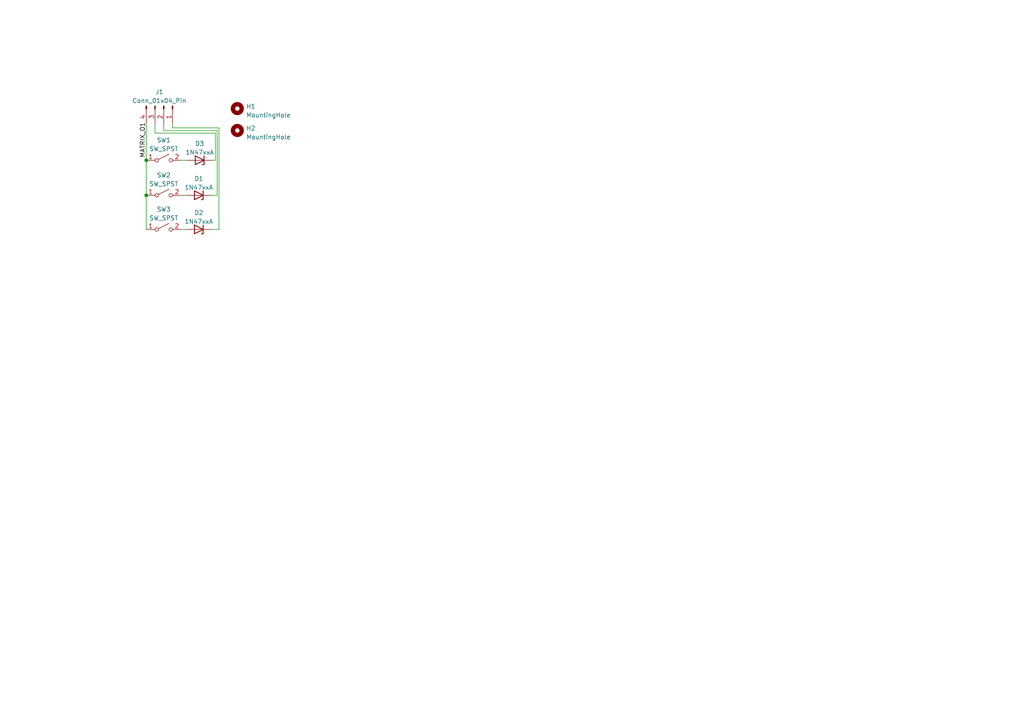
<source format=kicad_sch>
(kicad_sch (version 20230121) (generator eeschema)
  (paper "A4")
  (lib_symbols
    (symbol "Connector:Conn_01x04_Pin" (pin_names (offset 1.016) hide)
      (property "Reference" "J" (at 0 5.08 0))
      (property "Value" "Conn_01x04_Pin" (at 0 -7.62 0))
      (symbol "Conn_01x04_Pin_1_1"
        (polyline (pts (xy 1.27 -5.08) (xy 0.8636 -5.08)) (stroke (width 0.1524)))
        (polyline (pts (xy 1.27 -2.54) (xy 0.8636 -2.54)) (stroke (width 0.1524)))
        (polyline (pts (xy 1.27 0) (xy 0.8636 0)) (stroke (width 0.1524)))
        (polyline (pts (xy 1.27 2.54) (xy 0.8636 2.54)) (stroke (width 0.1524)))
        (rectangle (start 0.8636 -4.953) (end 0 -5.207) (stroke (width 0.1524)) (fill (type outline)))
        (rectangle (start 0.8636 -2.413) (end 0 -2.667) (stroke (width 0.1524)) (fill (type outline)))
        (rectangle (start 0.8636 0.127) (end 0 -0.127) (stroke (width 0.1524)) (fill (type outline)))
        (rectangle (start 0.8636 2.667) (end 0 2.413) (stroke (width 0.1524)) (fill (type outline)))
        (pin passive line (at 5.08 2.54 180) (length 3.81) (name "Pin_1") (number "1"))
        (pin passive line (at 5.08 0 180) (length 3.81) (name "Pin_2") (number "2"))
        (pin passive line (at 5.08 -2.54 180) (length 3.81) (name "Pin_3") (number "3"))
        (pin passive line (at 5.08 -5.08 180) (length 3.81) (name "Pin_4") (number "4"))
      )
    )
    (symbol "Diode:1N47xxA" (pin_numbers hide) (pin_names hide)
      (property "Reference" "D" (at 0 2.54 0))
      (property "Value" "1N47xxA" (at 0 -2.54 0))
      (symbol "1N47xxA_0_1"
        (polyline (pts (xy 1.27 0) (xy -1.27 0)))
        (polyline (pts (xy -1.27 -1.27) (xy -1.27 1.27) (xy -0.762 1.27)) (stroke (width 0.254)))
        (polyline (pts (xy 1.27 -1.27) (xy 1.27 1.27) (xy -1.27 0) (xy 1.27 -1.27)) (stroke (width 0.254)))
      )
      (symbol "1N47xxA_1_1"
        (pin passive line (at -3.81 0 0) (length 2.54) (name "K") (number "1"))
        (pin passive line (at 3.81 0 180) (length 2.54) (name "A") (number "2"))
      )
    )
    (symbol "Mechanical:MountingHole" (pin_names (offset 1.016))
      (property "Reference" "H" (at 0 5.08 0))
      (property "Value" "MountingHole" (at 0 3.175 0))
      (symbol "MountingHole_0_1"
        (circle (center 0 0) (radius 1.27) (stroke (width 1.27)))
      )
    )
    (symbol "Switch:SW_SPST" (pin_names (offset 0) hide)
      (property "Reference" "SW" (at 0 3.175 0))
      (property "Value" "SW_SPST" (at 0 -2.54 0))
      (symbol "SW_SPST_0_0"
        (circle (center -2.032 0) (radius 0.508))
        (polyline (pts (xy -1.524 0.254) (xy 1.524 1.778)))
        (circle (center 2.032 0) (radius 0.508))
      )
      (symbol "SW_SPST_1_1"
        (pin passive line (at -5.08 0 0) (length 2.54) (name "A") (number "1"))
        (pin passive line (at 5.08 0 180) (length 2.54) (name "B") (number "2"))
      )
    )
  )
  (junction (at 42.418 46.482))
  (junction (at 42.418 56.642))
  (wire (pts (xy 42.418 56.642) (xy 42.418 66.548)))
  (wire (pts (xy 44.958 38.608) (xy 44.958 35.814)))
  (wire (pts (xy 62.484 38.608) (xy 44.958 38.608)))
  (wire (pts (xy 62.484 46.482) (xy 62.484 38.608)))
  (wire (pts (xy 63.5 37.084) (xy 50.038 37.084)))
  (wire (pts (xy 52.578 46.482) (xy 54.102 46.482)))
  (wire (pts (xy 62.992 56.642) (xy 62.992 37.846)))
  (wire (pts (xy 47.498 37.846) (xy 47.498 35.814)))
  (wire (pts (xy 50.038 35.814) (xy 50.038 37.084)))
  (wire (pts (xy 61.468 56.642) (xy 62.992 56.642)))
  (wire (pts (xy 63.5 66.548) (xy 63.5 37.084)))
  (wire (pts (xy 62.992 37.846) (xy 47.498 37.846)))
  (wire (pts (xy 61.468 66.548) (xy 63.5 66.548)))
  (wire (pts (xy 61.722 46.482) (xy 62.484 46.482)))
  (wire (pts (xy 42.418 35.814) (xy 42.418 46.482)))
  (wire (pts (xy 42.418 46.482) (xy 42.418 56.642)))
  (wire (pts (xy 52.578 66.548) (xy 53.848 66.548)))
  (wire (pts (xy 52.578 56.642) (xy 53.848 56.642)))
  (label "MATRIX_O1" (at 42.418 45.72 90))
  (symbol (lib_id "Mechanical:MountingHole") (at 68.834 31.496 0) (unit 1)
    (property "Reference" "H1" (at 71.374 30.861 0) (effects (justify left)))
    (property "Value" "MountingHole" (at 71.374 33.401 0) (effects (justify left)))
    (property "Footprint" "MountingHole:MountingHole_3.2mm_M3" (effects hide))
  )
  (symbol (lib_id "Connector:Conn_01x04_Pin") (at 47.498 30.734 270) (unit 1)
    (property "Reference" "J1" (at 46.228 26.67 90))
    (property "Value" "Conn_01x04_Pin" (at 46.228 29.21 90))
    (property "Footprint" "Connector_PinHeader_2.54mm:PinHeader_1x04_P2.54mm_Vertical" (effects hide))
  )
  (symbol (lib_id "Switch:SW_SPST") (at 47.498 66.548 0) (unit 1)
    (property "Reference" "SW3" (at 47.498 60.706 0))
    (property "Value" "SW_SPST" (at 47.498 63.246 0))
    (property "Footprint" "keyboard_kailh:SW_Kailh_Choc_V1" (effects hide))
  )
  (symbol (lib_id "Switch:SW_SPST") (at 47.498 46.482 0) (unit 1)
    (property "Reference" "SW1" (at 47.498 40.64 0))
    (property "Value" "SW_SPST" (at 47.498 43.18 0))
    (property "Footprint" "keyboard_kailh:SW_Kailh_Choc_V1" (effects hide))
  )
  (symbol (lib_id "Diode:1N47xxA") (at 57.912 46.482 180) (unit 1)
    (property "Reference" "D3" (at 57.912 41.656 0))
    (property "Value" "1N47xxA" (at 57.912 44.196 0))
    (property "Footprint" "Diode_THT:D_DO-41_SOD81_P5.08mm_Vertical_AnodeUp" (effects hide))
    (property "Datasheet" "https://www.vishay.com/docs/85816/1n4728a.pdf" (effects hide))
  )
  (symbol (lib_id "Diode:1N47xxA") (at 57.658 56.642 180) (unit 1)
    (property "Reference" "D1" (at 57.658 51.816 0))
    (property "Value" "1N47xxA" (at 57.658 54.356 0))
    (property "Footprint" "Diode_THT:D_DO-41_SOD81_P5.08mm_Vertical_AnodeUp" (effects hide))
    (property "Datasheet" "https://www.vishay.com/docs/85816/1n4728a.pdf" (effects hide))
  )
  (symbol (lib_id "Diode:1N47xxA") (at 57.658 66.548 180) (unit 1)
    (property "Reference" "D2" (at 57.658 61.722 0))
    (property "Value" "1N47xxA" (at 57.658 64.262 0))
    (property "Footprint" "Diode_THT:D_DO-41_SOD81_P5.08mm_Vertical_AnodeUp" (effects hide))
    (property "Datasheet" "https://www.vishay.com/docs/85816/1n4728a.pdf" (effects hide))
  )
  (symbol (lib_id "Mechanical:MountingHole") (at 68.834 37.846 0) (unit 1)
    (property "Reference" "H2" (at 71.374 37.211 0) (effects (justify left)))
    (property "Value" "MountingHole" (at 71.374 39.751 0) (effects (justify left)))
    (property "Footprint" "MountingHole:MountingHole_3.2mm_M3" (effects hide))
  )
  (symbol (lib_id "Switch:SW_SPST") (at 47.498 56.642 0) (unit 1)
    (property "Reference" "SW2" (at 47.498 50.8 0))
    (property "Value" "SW_SPST" (at 47.498 53.34 0))
    (property "Footprint" "keyboard_kailh:SW_Kailh_Choc_V1" (effects hide))
  )
)
</source>
